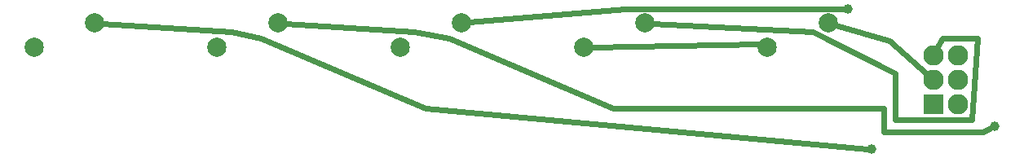
<source format=gtl>
G04 MADE WITH FRITZING*
G04 WWW.FRITZING.ORG*
G04 DOUBLE SIDED*
G04 HOLES PLATED*
G04 CONTOUR ON CENTER OF CONTOUR VECTOR*
%ASAXBY*%
%FSLAX23Y23*%
%MOIN*%
%OFA0B0*%
%SFA1.0B1.0*%
%ADD10C,0.039370*%
%ADD11C,0.083307*%
%ADD12C,0.078639*%
%ADD13R,0.083307X0.083307*%
%ADD14C,0.024000*%
%LNCOPPER1*%
G90*
G70*
G54D10*
X4188Y655D03*
X4788Y175D03*
X4284Y79D03*
G54D11*
X4635Y265D03*
X4635Y365D03*
X4635Y465D03*
X4535Y265D03*
X4535Y365D03*
X4535Y465D03*
X4635Y265D03*
X4635Y365D03*
X4635Y465D03*
X4535Y265D03*
X4535Y365D03*
X4535Y465D03*
G54D12*
X3858Y497D03*
X4107Y596D03*
X3106Y497D03*
X3356Y596D03*
X859Y497D03*
X1108Y596D03*
X1608Y497D03*
X1858Y596D03*
X2357Y497D03*
X2606Y596D03*
G54D13*
X4535Y265D03*
X4535Y265D03*
G54D14*
X4356Y523D02*
X4510Y387D01*
D02*
X4136Y588D02*
X4356Y523D01*
D02*
X4692Y199D02*
X4380Y199D01*
D02*
X4716Y535D02*
X4692Y199D01*
D02*
X4572Y535D02*
X4716Y535D01*
D02*
X4550Y494D02*
X4572Y535D01*
D02*
X4044Y559D02*
X3385Y595D01*
D02*
X4380Y391D02*
X4044Y559D01*
D02*
X4380Y199D02*
X4380Y391D01*
D02*
X2412Y559D02*
X2556Y535D01*
D02*
X1887Y594D02*
X2412Y559D01*
D02*
X3828Y511D02*
X3831Y510D01*
D02*
X3136Y497D02*
X3828Y511D01*
D02*
X3276Y655D02*
X4169Y655D01*
D02*
X2636Y599D02*
X3276Y655D01*
D02*
X2556Y535D02*
X3228Y247D01*
D02*
X4332Y151D02*
X4740Y151D01*
D02*
X4332Y247D02*
X4332Y151D01*
D02*
X3228Y247D02*
X4332Y247D01*
D02*
X4740Y151D02*
X4771Y167D01*
D02*
X1788Y535D02*
X2460Y247D01*
D02*
X1668Y559D02*
X1788Y535D01*
D02*
X1138Y594D02*
X1668Y559D01*
D02*
X2460Y247D02*
X4265Y81D01*
G04 End of Copper1*
M02*
</source>
